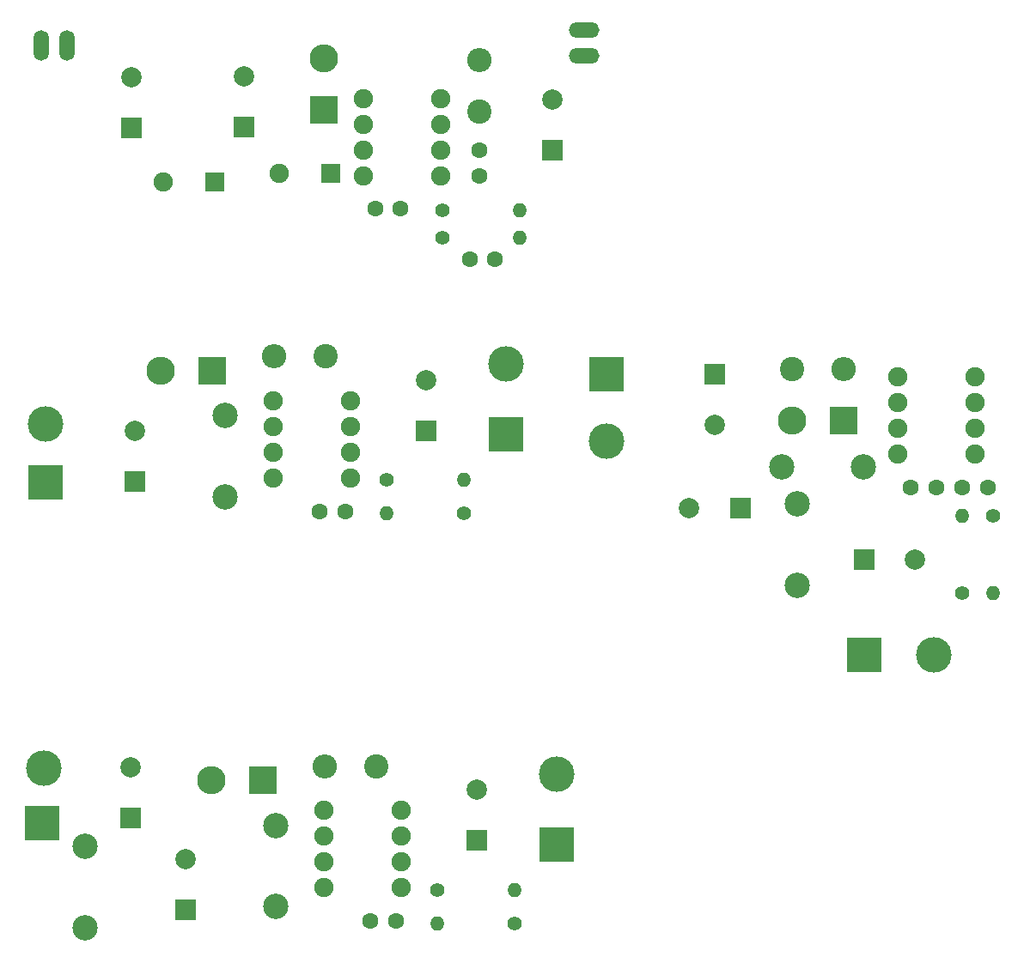
<source format=gbr>
%TF.GenerationSoftware,KiCad,Pcbnew,(6.0.8)*%
%TF.CreationDate,2022-11-19T23:49:02+04:00*%
%TF.ProjectId,panel,70616e65-6c2e-46b6-9963-61645f706362,rev?*%
%TF.SameCoordinates,Original*%
%TF.FileFunction,Copper,L1,Top*%
%TF.FilePolarity,Positive*%
%FSLAX46Y46*%
G04 Gerber Fmt 4.6, Leading zero omitted, Abs format (unit mm)*
G04 Created by KiCad (PCBNEW (6.0.8)) date 2022-11-19 23:49:02*
%MOMM*%
%LPD*%
G01*
G04 APERTURE LIST*
%TA.AperFunction,ComponentPad*%
%ADD10C,1.400000*%
%TD*%
%TA.AperFunction,ComponentPad*%
%ADD11O,1.400000X1.400000*%
%TD*%
%TA.AperFunction,ComponentPad*%
%ADD12R,2.000000X2.000000*%
%TD*%
%TA.AperFunction,ComponentPad*%
%ADD13C,2.000000*%
%TD*%
%TA.AperFunction,ComponentPad*%
%ADD14R,2.800000X2.800000*%
%TD*%
%TA.AperFunction,ComponentPad*%
%ADD15O,2.800000X2.800000*%
%TD*%
%TA.AperFunction,ComponentPad*%
%ADD16C,2.400000*%
%TD*%
%TA.AperFunction,ComponentPad*%
%ADD17O,2.400000X2.400000*%
%TD*%
%TA.AperFunction,ComponentPad*%
%ADD18R,3.500120X3.500120*%
%TD*%
%TA.AperFunction,ComponentPad*%
%ADD19C,1.600000*%
%TD*%
%TA.AperFunction,ComponentPad*%
%ADD20C,2.499360*%
%TD*%
%TA.AperFunction,ComponentPad*%
%ADD21O,3.010000X1.510000*%
%TD*%
%TA.AperFunction,ComponentPad*%
%ADD22C,1.905000*%
%TD*%
%TA.AperFunction,ComponentPad*%
%ADD23R,1.905000X1.905000*%
%TD*%
%TA.AperFunction,ComponentPad*%
%ADD24O,1.510000X3.010000*%
%TD*%
%TA.AperFunction,ComponentPad*%
%ADD25C,3.500120*%
%TD*%
%TA.AperFunction,Conductor*%
%ADD26C,0.250000*%
%TD*%
G04 APERTURE END LIST*
D10*
%TO.P,R1,1*%
%TO.N,N/C*%
X102213800Y-121623700D03*
D11*
%TO.P,R1,2*%
X109833800Y-121623700D03*
%TD*%
D12*
%TO.P,C3,1*%
%TO.N,N/C*%
X132024000Y-83996000D03*
D13*
%TO.P,C3,2*%
X127024000Y-83996000D03*
%TD*%
D10*
%TO.P,R3,1*%
%TO.N,N/C*%
X109821100Y-124913000D03*
D11*
%TO.P,R3,2*%
X102201100Y-124913000D03*
%TD*%
D14*
%TO.P,D1,1*%
%TO.N,N/C*%
X79977360Y-70396400D03*
D15*
%TO.P,D1,2*%
X74897360Y-70396400D03*
%TD*%
D16*
%TO.P,R2,1*%
%TO.N,N/C*%
X137104000Y-70280000D03*
D17*
%TO.P,R2,2*%
X142184000Y-70280000D03*
%TD*%
D18*
%TO.P,Vout,3*%
%TO.N,N/C*%
X144216000Y-98474000D03*
%TD*%
%TO.P,Vout,1*%
%TO.N,N/C*%
X63237500Y-115007000D03*
%TD*%
D19*
%TO.P,C2,1*%
%TO.N,N/C*%
X151328000Y-81964000D03*
%TO.P,C2,2*%
X148828000Y-81964000D03*
%TD*%
D20*
%TO.P,L1,1*%
%TO.N,N/C*%
X144152500Y-79932000D03*
%TO.P,L1,2*%
X136151500Y-79932000D03*
%TD*%
%TO.P,L2,1*%
%TO.N,N/C*%
X137612000Y-83551500D03*
%TO.P,L2,2*%
X137612000Y-91552500D03*
%TD*%
D10*
%TO.P,R1,1*%
%TO.N,N/C*%
X102700000Y-54598000D03*
D11*
%TO.P,R1,2*%
X110320000Y-54598000D03*
%TD*%
D12*
%TO.P,C3,1*%
%TO.N,N/C*%
X83142000Y-46406500D03*
D13*
%TO.P,C3,2*%
X83142000Y-41406500D03*
%TD*%
D10*
%TO.P,R3,1*%
%TO.N,N/C*%
X102700000Y-57265000D03*
D11*
%TO.P,R3,2*%
X110320000Y-57265000D03*
%TD*%
D19*
%TO.P,C2,1*%
%TO.N,N/C*%
X90609800Y-84277500D03*
%TO.P,C2,2*%
X93109800Y-84277500D03*
%TD*%
D16*
%TO.P,R2,1*%
%TO.N,N/C*%
X96155900Y-109444400D03*
D17*
%TO.P,R2,2*%
X91075900Y-109444400D03*
%TD*%
D19*
%TO.P,C6,1*%
%TO.N,N/C*%
X106319500Y-48669000D03*
%TO.P,C6,2*%
X106319500Y-51169000D03*
%TD*%
D12*
%TO.P,C1,1*%
%TO.N,N/C*%
X113495000Y-48629000D03*
D13*
%TO.P,C1,2*%
X113495000Y-43629000D03*
%TD*%
D21*
%TO.P,Vin,1*%
%TO.N,N/C*%
X116670000Y-36818000D03*
%TO.P,Vin,2*%
X116670000Y-39358000D03*
%TD*%
D20*
%TO.P,L1,1*%
%TO.N,N/C*%
X67492000Y-117331100D03*
%TO.P,L1,2*%
X67492000Y-125332100D03*
%TD*%
D12*
%TO.P,C3,1*%
%TO.N,N/C*%
X71962400Y-114575200D03*
D13*
%TO.P,C3,2*%
X71962400Y-109575200D03*
%TD*%
D18*
%TO.P,Vin,1*%
%TO.N,N/C*%
X113971460Y-117138060D03*
%TD*%
D16*
%TO.P,R2,1*%
%TO.N,N/C*%
X91155900Y-68999400D03*
D17*
%TO.P,R2,2*%
X86075900Y-68999400D03*
%TD*%
D22*
%TO.P,U1,1*%
%TO.N,N/C*%
X147518000Y-71042000D03*
%TO.P,U1,2*%
X147518000Y-73582000D03*
%TO.P,U1,3*%
X147518000Y-76122000D03*
%TO.P,U1,4*%
X147518000Y-78662000D03*
%TO.P,U1,5*%
X155138000Y-78662000D03*
%TO.P,U1,6*%
X155138000Y-76122000D03*
%TO.P,U1,7*%
X155138000Y-73582000D03*
%TO.P,U1,8*%
X155138000Y-71042000D03*
%TD*%
D23*
%TO.P,L1,1*%
%TO.N,N/C*%
X91651000Y-50915000D03*
D22*
%TO.P,L1,2*%
X86571000Y-50915000D03*
%TD*%
D12*
%TO.P,C4,1*%
%TO.N,N/C*%
X72029500Y-46470000D03*
D13*
%TO.P,C4,2*%
X72029500Y-41470000D03*
%TD*%
D18*
%TO.P,Vin,1*%
%TO.N,N/C*%
X108971460Y-76693060D03*
%TD*%
D19*
%TO.P,C2,1*%
%TO.N,N/C*%
X95609800Y-124722500D03*
%TO.P,C2,2*%
X98109800Y-124722500D03*
%TD*%
D12*
%TO.P,C4,1*%
%TO.N,N/C*%
X144216000Y-89076000D03*
D13*
%TO.P,C4,2*%
X149216000Y-89076000D03*
%TD*%
D24*
%TO.P,Vout,1*%
%TO.N,N/C*%
X63177600Y-38342000D03*
%TO.P,Vout,2*%
X65717600Y-38342000D03*
%TD*%
D12*
%TO.P,C1,1*%
%TO.N,N/C*%
X129484000Y-70788000D03*
D13*
%TO.P,C1,2*%
X129484000Y-75788000D03*
%TD*%
D22*
%TO.P,U1,1*%
%TO.N,N/C*%
X94889500Y-43549000D03*
%TO.P,U1,2*%
X94889500Y-46089000D03*
%TO.P,U1,3*%
X94889500Y-48629000D03*
%TO.P,U1,4*%
X94889500Y-51169000D03*
%TO.P,U1,5*%
X102509500Y-51169000D03*
%TO.P,U1,6*%
X102509500Y-48629000D03*
%TO.P,U1,7*%
X102509500Y-46089000D03*
%TO.P,U1,8*%
X102509500Y-43549000D03*
%TD*%
D19*
%TO.P,C5,1*%
%TO.N,N/C*%
X156408000Y-81964000D03*
%TO.P,C5,2*%
X153908000Y-81964000D03*
%TD*%
D23*
%TO.P,L2,1*%
%TO.N,N/C*%
X80284500Y-51804000D03*
D22*
%TO.P,L2,2*%
X75204500Y-51804000D03*
%TD*%
%TO.P,U1,1*%
%TO.N,N/C*%
X91037800Y-113813200D03*
%TO.P,U1,2*%
X91037800Y-116353200D03*
%TO.P,U1,3*%
X91037800Y-118893200D03*
%TO.P,U1,4*%
X91037800Y-121433200D03*
%TO.P,U1,5*%
X98657800Y-121433200D03*
%TO.P,U1,6*%
X98657800Y-118893200D03*
%TO.P,U1,7*%
X98657800Y-116353200D03*
%TO.P,U1,8*%
X98657800Y-113813200D03*
%TD*%
D12*
%TO.P,C3,1*%
%TO.N,N/C*%
X72382760Y-81384440D03*
D13*
%TO.P,C3,2*%
X72382760Y-76384440D03*
%TD*%
D25*
%TO.P,GND,4*%
%TO.N,N/C*%
X151074000Y-98474000D03*
%TD*%
D22*
%TO.P,U1,1*%
%TO.N,N/C*%
X86037800Y-73368200D03*
%TO.P,U1,2*%
X86037800Y-75908200D03*
%TO.P,U1,3*%
X86037800Y-78448200D03*
%TO.P,U1,4*%
X86037800Y-80988200D03*
%TO.P,U1,5*%
X93657800Y-80988200D03*
%TO.P,U1,6*%
X93657800Y-78448200D03*
%TO.P,U1,7*%
X93657800Y-75908200D03*
%TO.P,U1,8*%
X93657800Y-73368200D03*
%TD*%
D25*
%TO.P,GND,1*%
%TO.N,N/C*%
X63364500Y-109609500D03*
%TD*%
D19*
%TO.P,C5,1*%
%TO.N,N/C*%
X105367000Y-59424000D03*
%TO.P,C5,2*%
X107867000Y-59424000D03*
%TD*%
D18*
%TO.P,Vin,1*%
%TO.N,N/C*%
X118816000Y-70788000D03*
%TD*%
D14*
%TO.P,D1,1*%
%TO.N,N/C*%
X91016000Y-44692000D03*
D15*
%TO.P,D1,2*%
X91016000Y-39612000D03*
%TD*%
D19*
%TO.P,C2,1*%
%TO.N,N/C*%
X98572500Y-54407500D03*
%TO.P,C2,2*%
X96072500Y-54407500D03*
%TD*%
D25*
%TO.P,GND,1*%
%TO.N,N/C*%
X113971460Y-110183540D03*
%TD*%
D14*
%TO.P,D1,1*%
%TO.N,N/C*%
X84977360Y-110841400D03*
D15*
%TO.P,D1,2*%
X79897360Y-110841400D03*
%TD*%
D20*
%TO.P,L1,1*%
%TO.N,N/C*%
X81262600Y-74843940D03*
%TO.P,L1,2*%
X81262600Y-82844940D03*
%TD*%
D12*
%TO.P,C1,1*%
%TO.N,N/C*%
X101064440Y-76327300D03*
D13*
%TO.P,C1,2*%
X101064440Y-71327300D03*
%TD*%
D10*
%TO.P,R1,1*%
%TO.N,N/C*%
X156916000Y-84758000D03*
D11*
%TO.P,R1,2*%
X156916000Y-92378000D03*
%TD*%
D18*
%TO.P,Vout,1*%
%TO.N,N/C*%
X63576580Y-81453020D03*
%TD*%
D12*
%TO.P,C3,1*%
%TO.N,N/C*%
X77382760Y-123566800D03*
D13*
%TO.P,C3,2*%
X77382760Y-118566800D03*
%TD*%
D10*
%TO.P,R1,1*%
%TO.N,N/C*%
X97213800Y-81178700D03*
D11*
%TO.P,R1,2*%
X104833800Y-81178700D03*
%TD*%
D20*
%TO.P,L1,1*%
%TO.N,N/C*%
X86262600Y-115288940D03*
%TO.P,L1,2*%
X86262600Y-123289940D03*
%TD*%
D25*
%TO.P,GND,1*%
%TO.N,N/C*%
X63576580Y-75669440D03*
%TD*%
D10*
%TO.P,R3,1*%
%TO.N,N/C*%
X104821100Y-84468000D03*
D11*
%TO.P,R3,2*%
X97201100Y-84468000D03*
%TD*%
D12*
%TO.P,C1,1*%
%TO.N,N/C*%
X106064440Y-116772300D03*
D13*
%TO.P,C1,2*%
X106064440Y-111772300D03*
%TD*%
D25*
%TO.P,GND,1*%
%TO.N,N/C*%
X108971460Y-69738540D03*
%TD*%
D10*
%TO.P,R3,1*%
%TO.N,N/C*%
X153868000Y-92378000D03*
D11*
%TO.P,R3,2*%
X153868000Y-84758000D03*
%TD*%
D16*
%TO.P,R2,1*%
%TO.N,N/C*%
X106319500Y-44819000D03*
D17*
%TO.P,R2,2*%
X106319500Y-39739000D03*
%TD*%
D25*
%TO.P,GND,2*%
%TO.N,N/C*%
X118816000Y-77392000D03*
%TD*%
D14*
%TO.P,D1,1*%
%TO.N,N/C*%
X142184000Y-75360000D03*
D15*
%TO.P,D1,2*%
X137104000Y-75360000D03*
%TD*%
D26*
%TO.N,*%
X102509500Y-51169000D02*
X103017500Y-51169000D01*
%TD*%
M02*

</source>
